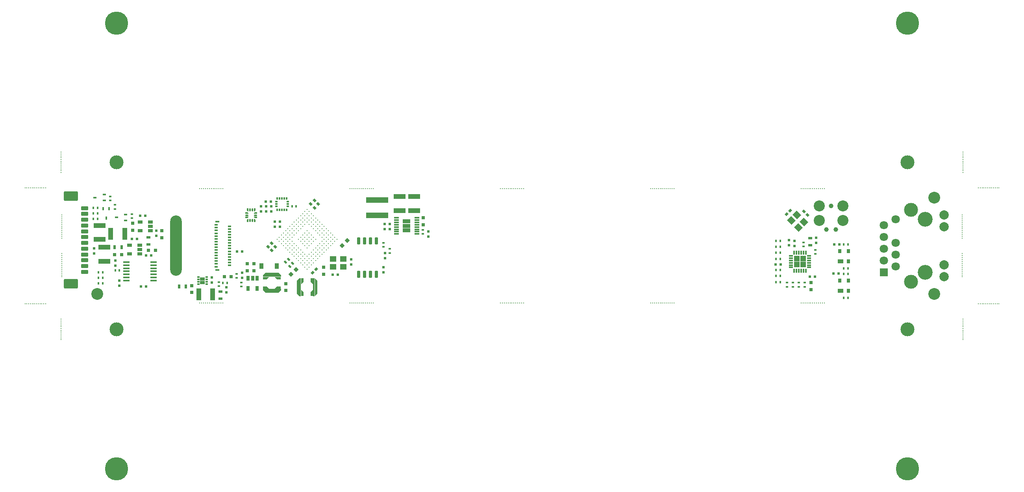
<source format=gbr>
%TF.GenerationSoftware,KiCad,Pcbnew,7.0.2-0*%
%TF.CreationDate,2023-05-18T01:22:18+02:00*%
%TF.ProjectId,panel,70616e65-6c2e-46b6-9963-61645f706362,2.2.0*%
%TF.SameCoordinates,PX2918ffdPY6cadc66*%
%TF.FileFunction,Soldermask,Top*%
%TF.FilePolarity,Negative*%
%FSLAX46Y46*%
G04 Gerber Fmt 4.6, Leading zero omitted, Abs format (unit mm)*
G04 Created by KiCad (PCBNEW 7.0.2-0) date 2023-05-18 01:22:18*
%MOMM*%
%LPD*%
G01*
G04 APERTURE LIST*
G04 Aperture macros list*
%AMRoundRect*
0 Rectangle with rounded corners*
0 $1 Rounding radius*
0 $2 $3 $4 $5 $6 $7 $8 $9 X,Y pos of 4 corners*
0 Add a 4 corners polygon primitive as box body*
4,1,4,$2,$3,$4,$5,$6,$7,$8,$9,$2,$3,0*
0 Add four circle primitives for the rounded corners*
1,1,$1+$1,$2,$3*
1,1,$1+$1,$4,$5*
1,1,$1+$1,$6,$7*
1,1,$1+$1,$8,$9*
0 Add four rect primitives between the rounded corners*
20,1,$1+$1,$2,$3,$4,$5,0*
20,1,$1+$1,$4,$5,$6,$7,0*
20,1,$1+$1,$6,$7,$8,$9,0*
20,1,$1+$1,$8,$9,$2,$3,0*%
%AMRotRect*
0 Rectangle, with rotation*
0 The origin of the aperture is its center*
0 $1 length*
0 $2 width*
0 $3 Rotation angle, in degrees counterclockwise*
0 Add horizontal line*
21,1,$1,$2,0,0,$3*%
%AMOutline4P*
0 Free polygon, 4 corners , with rotation*
0 The origin of the aperture is its center*
0 number of corners: always 4*
0 $1 to $8 corner X, Y*
0 $9 Rotation angle, in degrees counterclockwise*
0 create outline with 4 corners*
4,1,4,$1,$2,$3,$4,$5,$6,$7,$8,$1,$2,$9*%
%AMFreePoly0*
4,1,48,0.036019,0.199191,0.037970,0.199714,0.040958,0.198320,0.057086,0.195477,0.069629,0.184951,0.084467,0.178033,0.290533,-0.028033,0.293203,-0.031846,0.294953,-0.032857,0.296081,-0.035957,0.305473,-0.049370,0.306899,-0.065680,0.312500,-0.081066,0.312500,-0.125000,0.310782,-0.134741,0.311361,-0.138024,0.309694,-0.140909,0.307977,-0.150652,0.295451,-0.165579,0.285709,-0.182453,
0.279350,-0.184767,0.275000,-0.189952,0.255808,-0.193336,0.237500,-0.200000,-0.237500,-0.200000,-0.247241,-0.198282,-0.250524,-0.198861,-0.253409,-0.197194,-0.263152,-0.195477,-0.278079,-0.182951,-0.294953,-0.173209,-0.297267,-0.166850,-0.302452,-0.162500,-0.305836,-0.143308,-0.312500,-0.125000,-0.312500,0.125000,-0.310782,0.134741,-0.311361,0.138024,-0.309694,0.140909,-0.307977,0.150652,
-0.295451,0.165579,-0.285709,0.182453,-0.279350,0.184767,-0.275000,0.189952,-0.255808,0.193336,-0.237500,0.200000,0.031434,0.200000,0.036019,0.199191,0.036019,0.199191,$1*%
%AMFreePoly1*
4,1,48,0.247241,0.198282,0.250524,0.198861,0.253409,0.197194,0.263152,0.195477,0.278079,0.182951,0.294953,0.173209,0.297267,0.166850,0.302452,0.162500,0.305836,0.143308,0.312500,0.125000,0.312500,0.081066,0.311691,0.076479,0.312214,0.074529,0.310820,0.071540,0.307977,0.055414,0.297451,0.042870,0.290533,0.028033,0.084467,-0.178033,0.080653,-0.180703,0.079643,-0.182453,
0.076542,-0.183581,0.063130,-0.192973,0.046818,-0.194400,0.031434,-0.200000,-0.237500,-0.200000,-0.247241,-0.198282,-0.250524,-0.198861,-0.253409,-0.197194,-0.263152,-0.195477,-0.278079,-0.182951,-0.294953,-0.173209,-0.297267,-0.166850,-0.302452,-0.162500,-0.305836,-0.143308,-0.312500,-0.125000,-0.312500,0.125000,-0.310782,0.134741,-0.311361,0.138024,-0.309694,0.140909,-0.307977,0.150652,
-0.295451,0.165579,-0.285709,0.182453,-0.279350,0.184767,-0.275000,0.189952,-0.255808,0.193336,-0.237500,0.200000,0.237500,0.200000,0.247241,0.198282,0.247241,0.198282,$1*%
%AMFreePoly2*
4,1,48,0.134741,0.310782,0.138024,0.311361,0.140909,0.309694,0.150652,0.307977,0.165579,0.295451,0.182453,0.285709,0.184767,0.279350,0.189952,0.275000,0.193336,0.255808,0.200000,0.237500,0.200000,-0.237500,0.198282,-0.247241,0.198861,-0.250524,0.197194,-0.253409,0.195477,-0.263152,0.182951,-0.278079,0.173209,-0.294953,0.166850,-0.297267,0.162500,-0.302452,0.143308,-0.305836,
0.125000,-0.312500,-0.125000,-0.312500,-0.134741,-0.310782,-0.138024,-0.311361,-0.140909,-0.309694,-0.150652,-0.307977,-0.165579,-0.295451,-0.182453,-0.285709,-0.184767,-0.279350,-0.189952,-0.275000,-0.193336,-0.255808,-0.200000,-0.237500,-0.200000,0.031434,-0.199191,0.036019,-0.199714,0.037970,-0.198320,0.040958,-0.195477,0.057086,-0.184951,0.069629,-0.178033,0.084467,0.028033,0.290533,
0.031846,0.293203,0.032857,0.294953,0.035957,0.296081,0.049370,0.305473,0.065680,0.306899,0.081066,0.312500,0.125000,0.312500,0.134741,0.310782,0.134741,0.310782,$1*%
%AMFreePoly3*
4,1,48,-0.076480,0.311691,-0.074530,0.312214,-0.071541,0.310820,-0.055414,0.307977,-0.042870,0.297451,-0.028033,0.290533,0.178033,0.084467,0.180703,0.080653,0.182453,0.079643,0.183581,0.076542,0.192973,0.063130,0.194399,0.046819,0.200000,0.031434,0.200000,-0.237500,0.198282,-0.247241,0.198861,-0.250524,0.197194,-0.253409,0.195477,-0.263152,0.182951,-0.278079,0.173209,-0.294953,
0.166850,-0.297267,0.162500,-0.302452,0.143308,-0.305836,0.125000,-0.312500,-0.125000,-0.312500,-0.134741,-0.310782,-0.138024,-0.311361,-0.140909,-0.309694,-0.150652,-0.307977,-0.165579,-0.295451,-0.182453,-0.285709,-0.184767,-0.279350,-0.189952,-0.275000,-0.193336,-0.255808,-0.200000,-0.237500,-0.200000,0.237500,-0.198282,0.247241,-0.198861,0.250524,-0.197194,0.253409,-0.195477,0.263152,
-0.182951,0.278079,-0.173209,0.294953,-0.166850,0.297267,-0.162500,0.302452,-0.143308,0.305836,-0.125000,0.312500,-0.081066,0.312500,-0.076480,0.311691,-0.076480,0.311691,$1*%
%AMFreePoly4*
4,1,48,0.247241,0.198282,0.250524,0.198861,0.253409,0.197194,0.263152,0.195477,0.278079,0.182951,0.294953,0.173209,0.297267,0.166850,0.302452,0.162500,0.305836,0.143308,0.312500,0.125000,0.312500,-0.125000,0.310782,-0.134741,0.311361,-0.138024,0.309694,-0.140909,0.307977,-0.150652,0.295451,-0.165579,0.285709,-0.182453,0.279350,-0.184767,0.275000,-0.189952,0.255808,-0.193336,
0.237500,-0.200000,-0.031434,-0.200000,-0.036020,-0.199191,-0.037971,-0.199714,-0.040959,-0.198320,-0.057086,-0.195477,-0.069629,-0.184951,-0.084467,-0.178033,-0.290533,0.028033,-0.293203,0.031846,-0.294953,0.032857,-0.296081,0.035957,-0.305473,0.049370,-0.306900,0.065681,-0.312500,0.081066,-0.312500,0.125000,-0.310782,0.134741,-0.311361,0.138024,-0.309694,0.140909,-0.307977,0.150652,
-0.295451,0.165579,-0.285709,0.182453,-0.279350,0.184767,-0.275000,0.189952,-0.255808,0.193336,-0.237500,0.200000,0.237500,0.200000,0.247241,0.198282,0.247241,0.198282,$1*%
%AMFreePoly5*
4,1,48,0.247241,0.198282,0.250524,0.198861,0.253409,0.197194,0.263152,0.195477,0.278079,0.182951,0.294953,0.173209,0.297267,0.166850,0.302452,0.162500,0.305836,0.143308,0.312500,0.125000,0.312500,-0.125000,0.310782,-0.134741,0.311361,-0.138024,0.309694,-0.140909,0.307977,-0.150652,0.295451,-0.165579,0.285709,-0.182453,0.279350,-0.184767,0.275000,-0.189952,0.255808,-0.193336,
0.237500,-0.200000,-0.237500,-0.200000,-0.247241,-0.198282,-0.250524,-0.198861,-0.253409,-0.197194,-0.263152,-0.195477,-0.278079,-0.182951,-0.294953,-0.173209,-0.297267,-0.166850,-0.302452,-0.162500,-0.305836,-0.143308,-0.312500,-0.125000,-0.312500,-0.081066,-0.311691,-0.076480,-0.312214,-0.074530,-0.310820,-0.071541,-0.307977,-0.055414,-0.297451,-0.042870,-0.290533,-0.028033,-0.084467,0.178033,
-0.080653,0.180703,-0.079643,0.182453,-0.076542,0.183581,-0.063130,0.192973,-0.046819,0.194399,-0.031434,0.200000,0.237500,0.200000,0.247241,0.198282,0.247241,0.198282,$1*%
%AMFreePoly6*
4,1,48,0.134741,0.310782,0.138024,0.311361,0.140909,0.309694,0.150652,0.307977,0.165579,0.295451,0.182453,0.285709,0.184767,0.279350,0.189952,0.275000,0.193336,0.255808,0.200000,0.237500,0.200000,-0.031434,0.199191,-0.036020,0.199714,-0.037971,0.198320,-0.040959,0.195477,-0.057086,0.184951,-0.069629,0.178033,-0.084467,-0.028033,-0.290533,-0.031846,-0.293203,-0.032857,-0.294953,
-0.035957,-0.296081,-0.049370,-0.305473,-0.065681,-0.306900,-0.081066,-0.312500,-0.125000,-0.312500,-0.134741,-0.310782,-0.138024,-0.311361,-0.140909,-0.309694,-0.150652,-0.307977,-0.165579,-0.295451,-0.182453,-0.285709,-0.184767,-0.279350,-0.189952,-0.275000,-0.193336,-0.255808,-0.200000,-0.237500,-0.200000,0.237500,-0.198282,0.247241,-0.198861,0.250524,-0.197194,0.253409,-0.195477,0.263152,
-0.182951,0.278079,-0.173209,0.294953,-0.166850,0.297267,-0.162500,0.302452,-0.143308,0.305836,-0.125000,0.312500,0.125000,0.312500,0.134741,0.310782,0.134741,0.310782,$1*%
%AMFreePoly7*
4,1,48,0.134741,0.310782,0.138024,0.311361,0.140909,0.309694,0.150652,0.307977,0.165579,0.295451,0.182453,0.285709,0.184767,0.279350,0.189952,0.275000,0.193336,0.255808,0.200000,0.237500,0.200000,-0.237500,0.198282,-0.247241,0.198861,-0.250524,0.197194,-0.253409,0.195477,-0.263152,0.182951,-0.278079,0.173209,-0.294953,0.166850,-0.297267,0.162500,-0.302452,0.143308,-0.305836,
0.125000,-0.312500,0.081066,-0.312500,0.076479,-0.311691,0.074529,-0.312214,0.071540,-0.310820,0.055414,-0.307977,0.042870,-0.297451,0.028033,-0.290533,-0.178033,-0.084467,-0.180703,-0.080653,-0.182453,-0.079643,-0.183581,-0.076542,-0.192973,-0.063130,-0.194400,-0.046818,-0.200000,-0.031434,-0.200000,0.237500,-0.198282,0.247241,-0.198861,0.250524,-0.197194,0.253409,-0.195477,0.263152,
-0.182951,0.278079,-0.173209,0.294953,-0.166850,0.297267,-0.162500,0.302452,-0.143308,0.305836,-0.125000,0.312500,0.125000,0.312500,0.134741,0.310782,0.134741,0.310782,$1*%
G04 Aperture macros list end*
%ADD10C,0.300000*%
%ADD11R,0.600000X0.500000*%
%ADD12R,0.500000X0.600000*%
%ADD13C,5.000000*%
%ADD14Outline4P,-0.280000X-1.945000X0.280000X-1.395000X0.280000X1.395000X-0.280000X1.945000X270.000000*%
%ADD15R,3.890000X0.310000*%
%ADD16R,0.775000X0.580000*%
%ADD17Outline4P,-0.290000X-0.594500X0.290000X-0.000500X0.290000X0.000500X-0.290000X0.594500X90.000000*%
%ADD18Outline4P,-0.290000X-0.594500X0.290000X-0.000500X0.290000X0.000500X-0.290000X0.594500X270.000000*%
%ADD19Outline4P,-0.280000X-1.945000X0.280000X-1.395000X0.280000X1.395000X-0.280000X1.945000X90.000000*%
%ADD20R,0.400000X0.600000*%
%ADD21RotRect,0.600000X0.500000X45.000000*%
%ADD22R,1.200000X0.900000*%
%ADD23R,0.800000X0.900000*%
%ADD24RotRect,0.600000X0.500000X135.000000*%
%ADD25R,0.500000X0.300000*%
%ADD26R,0.990000X0.800000*%
%ADD27RotRect,0.800000X0.750000X225.000000*%
%ADD28R,0.750000X0.800000*%
%ADD29R,4.700000X1.200000*%
%ADD30R,2.500000X1.000000*%
%ADD31R,0.700000X0.450000*%
%ADD32RotRect,0.800000X0.750000X45.000000*%
%ADD33R,0.600000X0.400000*%
%ADD34C,3.000000*%
%ADD35Outline4P,-0.280000X-1.945000X0.280000X-1.395000X0.280000X1.395000X-0.280000X1.945000X180.000000*%
%ADD36R,0.310000X3.890000*%
%ADD37R,0.580000X0.775000*%
%ADD38Outline4P,-0.290000X-0.594500X0.290000X-0.000500X0.290000X0.000500X-0.290000X0.594500X0.000000*%
%ADD39Outline4P,-0.290000X-0.594500X0.290000X-0.000500X0.290000X0.000500X-0.290000X0.594500X180.000000*%
%ADD40Outline4P,-0.280000X-1.945000X0.280000X-1.395000X0.280000X1.395000X-0.280000X1.945000X0.000000*%
%ADD41C,1.000000*%
%ADD42R,0.900000X0.500000*%
%ADD43R,0.500000X0.900000*%
%ADD44R,0.800000X0.750000*%
%ADD45C,0.250000*%
%ADD46C,2.540000*%
%ADD47R,1.060000X0.650000*%
%ADD48C,3.200000*%
%ADD49R,1.800000X1.800000*%
%ADD50C,1.800000*%
%ADD51C,2.000000*%
%ADD52RotRect,1.400000X1.200000X315.000000*%
%ADD53RoundRect,0.087500X0.087500X-0.187500X0.087500X0.187500X-0.087500X0.187500X-0.087500X-0.187500X0*%
%ADD54RoundRect,0.087500X0.187500X-0.087500X0.187500X0.087500X-0.187500X0.087500X-0.187500X-0.087500X0*%
%ADD55R,0.450000X0.700000*%
%ADD56RotRect,0.400000X0.600000X45.000000*%
%ADD57R,1.000000X2.500000*%
%ADD58RotRect,0.400000X0.600000X225.000000*%
%ADD59R,1.450000X0.450000*%
%ADD60RotRect,0.600000X0.500000X225.000000*%
%ADD61R,1.000000X0.300000*%
%ADD62R,0.825000X0.950000*%
%ADD63FreePoly0,90.000000*%
%ADD64RoundRect,0.100000X0.100000X-0.212500X0.100000X0.212500X-0.100000X0.212500X-0.100000X-0.212500X0*%
%ADD65FreePoly1,90.000000*%
%ADD66FreePoly2,90.000000*%
%ADD67RoundRect,0.100000X0.212500X-0.100000X0.212500X0.100000X-0.212500X0.100000X-0.212500X-0.100000X0*%
%ADD68FreePoly3,90.000000*%
%ADD69FreePoly4,90.000000*%
%ADD70FreePoly5,90.000000*%
%ADD71FreePoly6,90.000000*%
%ADD72FreePoly7,90.000000*%
%ADD73R,0.300000X0.850000*%
%ADD74R,0.850000X0.300000*%
%ADD75R,1.300000X1.300000*%
%ADD76RoundRect,0.150000X-0.150000X0.650000X-0.150000X-0.650000X0.150000X-0.650000X0.150000X0.650000X0*%
%ADD77R,1.400000X1.200000*%
%ADD78R,0.650000X1.060000*%
%ADD79O,2.500000X13.000000*%
%ADD80R,0.800000X0.300000*%
%ADD81R,0.650000X0.300000*%
%ADD82R,0.950000X0.400000*%
%ADD83R,0.900000X1.200000*%
%ADD84RoundRect,0.200000X-0.600000X0.200000X-0.600000X-0.200000X0.600000X-0.200000X0.600000X0.200000X0*%
%ADD85RoundRect,0.250001X-1.249999X0.799999X-1.249999X-0.799999X1.249999X-0.799999X1.249999X0.799999X0*%
%ADD86C,2.374900*%
%ADD87C,0.990600*%
G04 APERTURE END LIST*
D10*
%TO.C,REF\u002A\u002A*%
X107097956Y8190000D03*
%TD*%
%TO.C,REF\u002A\u002A*%
X8000000Y290000D03*
%TD*%
%TO.C,REF\u002A\u002A*%
X105430623Y32790000D03*
%TD*%
%TO.C,REF\u002A\u002A*%
X8000000Y39890000D03*
%TD*%
%TO.C,REF\u002A\u002A*%
X8200000Y24239833D03*
%TD*%
D11*
%TO.C,C58*%
X23286110Y22006030D03*
X24386110Y22006030D03*
%TD*%
D10*
%TO.C,REF\u002A\u002A*%
X41171597Y8190000D03*
%TD*%
%TO.C,REF\u002A\u002A*%
X201813481Y24655937D03*
%TD*%
%TO.C,REF\u002A\u002A*%
X135684386Y8190000D03*
%TD*%
%TO.C,REF\u002A\u002A*%
X207727580Y32990000D03*
%TD*%
%TO.C,REF\u002A\u002A*%
X73092694Y8190000D03*
%TD*%
%TO.C,REF\u002A\u002A*%
X1100000Y32990000D03*
%TD*%
D12*
%TO.C,C66*%
X51036110Y29057430D03*
X51036110Y27957430D03*
%TD*%
D10*
%TO.C,REF\u002A\u002A*%
X201823469Y15072105D03*
%TD*%
%TO.C,REF\u002A\u002A*%
X208527580Y7990000D03*
%TD*%
%TO.C,REF\u002A\u002A*%
X38670597Y8190000D03*
%TD*%
D13*
%TO.C,REF\u002A\u002A*%
X20000000Y-27510000D03*
%TD*%
D10*
%TO.C,REF\u002A\u002A*%
X102929624Y8190000D03*
%TD*%
%TO.C,REF\u002A\u002A*%
X107514789Y32790000D03*
%TD*%
D14*
%TO.C,L1*%
X53377010Y10602430D03*
D15*
X53377010Y11037430D03*
D16*
X51820010Y11482430D03*
D17*
X52207010Y11482430D03*
X54547010Y11482430D03*
D16*
X54934010Y11482430D03*
X51819010Y13562430D03*
D18*
X52207010Y13562430D03*
X54547010Y13562430D03*
D16*
X54934010Y13562430D03*
D15*
X53377010Y14007430D03*
D19*
X53377010Y14442430D03*
%TD*%
D10*
%TO.C,REF\u002A\u002A*%
X74760027Y32790000D03*
%TD*%
D20*
%TO.C,R33*%
X161786110Y20307430D03*
X162686110Y20307430D03*
%TD*%
D21*
%TO.C,C17*%
X164067201Y27328521D03*
X164845019Y28106339D03*
%TD*%
D10*
%TO.C,REF\u002A\u002A*%
X201812612Y25489603D03*
%TD*%
D22*
%TO.C,U17*%
X175641110Y17127430D03*
D23*
X177361110Y17127430D03*
X177361110Y19327430D03*
X175461110Y19327430D03*
%TD*%
D24*
%TO.C,C76*%
X54125019Y20318521D03*
X53347201Y21096339D03*
%TD*%
D10*
%TO.C,REF\u002A\u002A*%
X201822166Y16322604D03*
%TD*%
%TO.C,REF\u002A\u002A*%
X8200000Y25073499D03*
%TD*%
%TO.C,REF\u002A\u002A*%
X71008527Y8190000D03*
%TD*%
%TO.C,REF\u002A\u002A*%
X72675861Y32790000D03*
%TD*%
%TO.C,REF\u002A\u002A*%
X37836931Y8190000D03*
%TD*%
%TO.C,REF\u002A\u002A*%
X202027580Y39090000D03*
%TD*%
D25*
%TO.C,U5*%
X39347430Y12237430D03*
X39347430Y12737430D03*
X39347430Y13237430D03*
X39347430Y13737430D03*
X37547430Y13737430D03*
X37547430Y13237430D03*
X37547430Y12737430D03*
X37547430Y12237430D03*
D26*
X38447430Y12587430D03*
X38447430Y13387430D03*
%TD*%
D12*
%TO.C,C52*%
X15136110Y19956030D03*
X15136110Y18856030D03*
%TD*%
D27*
%TO.C,C68*%
X69577760Y21617760D03*
X68517100Y20557100D03*
%TD*%
D13*
%TO.C,REF\u002A\u002A*%
X190027580Y68490000D03*
%TD*%
D10*
%TO.C,REF\u002A\u002A*%
X209327580Y32990000D03*
%TD*%
%TO.C,REF\u002A\u002A*%
X8200000Y27157666D03*
%TD*%
%TO.C,REF\u002A\u002A*%
X170940149Y8190001D03*
%TD*%
%TO.C,REF\u002A\u002A*%
X42005264Y32790000D03*
%TD*%
%TO.C,REF\u002A\u002A*%
X168855983Y32789999D03*
%TD*%
%TO.C,REF\u002A\u002A*%
X135684386Y32789999D03*
%TD*%
D11*
%TO.C,C22*%
X66486110Y14307430D03*
X67586110Y14307430D03*
%TD*%
D10*
%TO.C,REF\u002A\u002A*%
X40337931Y8190000D03*
%TD*%
D28*
%TO.C,C71*%
X64536110Y14357430D03*
X64536110Y15857430D03*
%TD*%
D10*
%TO.C,REF\u002A\u002A*%
X201820862Y17573104D03*
%TD*%
%TO.C,REF\u002A\u002A*%
X4300000Y32990000D03*
%TD*%
D29*
%TO.C,L4*%
X76036110Y27052430D03*
X76036110Y30362430D03*
%TD*%
D10*
%TO.C,REF\u002A\u002A*%
X201824338Y14238438D03*
%TD*%
D24*
%TO.C,C21*%
X168545019Y27128521D03*
X167767201Y27906339D03*
%TD*%
D10*
%TO.C,REF\u002A\u002A*%
X202027580Y4690000D03*
%TD*%
D30*
%TO.C,C67*%
X16336110Y21906030D03*
X16336110Y24906030D03*
%TD*%
D10*
%TO.C,REF\u002A\u002A*%
X700000Y32990000D03*
%TD*%
%TO.C,REF\u002A\u002A*%
X102512791Y32790000D03*
%TD*%
%TO.C,REF\u002A\u002A*%
X2700000Y32990000D03*
%TD*%
%TO.C,REF\u002A\u002A*%
X136934886Y8190000D03*
%TD*%
%TO.C,REF\u002A\u002A*%
X202027580Y39490000D03*
%TD*%
%TO.C,REF\u002A\u002A*%
X207327580Y32990000D03*
%TD*%
%TO.C,REF\u002A\u002A*%
X70174861Y32790000D03*
%TD*%
D11*
%TO.C,C13*%
X45906110Y19317430D03*
X47006110Y19317430D03*
%TD*%
D10*
%TO.C,REF\u002A\u002A*%
X105013790Y32790000D03*
%TD*%
D13*
%TO.C,REF\u002A\u002A*%
X20000000Y68490000D03*
%TD*%
D10*
%TO.C,REF\u002A\u002A*%
X105847456Y8190000D03*
%TD*%
%TO.C,REF\u002A\u002A*%
X201813046Y25072770D03*
%TD*%
%TO.C,REF\u002A\u002A*%
X8200000Y14656001D03*
%TD*%
D31*
%TO.C,Q1*%
X21936110Y25956030D03*
X21936110Y27256030D03*
X19936110Y26606030D03*
%TD*%
D10*
%TO.C,REF\u002A\u002A*%
X106264289Y32790000D03*
%TD*%
%TO.C,REF\u002A\u002A*%
X42005264Y8190000D03*
%TD*%
%TO.C,REF\u002A\u002A*%
X2300000Y32990000D03*
%TD*%
%TO.C,REF\u002A\u002A*%
X137768553Y8190000D03*
%TD*%
%TO.C,REF\u002A\u002A*%
X136518053Y32789999D03*
%TD*%
%TO.C,REF\u002A\u002A*%
X8200000Y17990667D03*
%TD*%
%TO.C,REF\u002A\u002A*%
X103346457Y8190000D03*
%TD*%
D11*
%TO.C,C78*%
X55086110Y24607430D03*
X53986110Y24607430D03*
%TD*%
D10*
%TO.C,REF\u002A\u002A*%
X8200000Y16740167D03*
%TD*%
D32*
%TO.C,C72*%
X57517100Y14357100D03*
X58577760Y15417760D03*
%TD*%
D10*
%TO.C,REF\u002A\u002A*%
X41588430Y8190000D03*
%TD*%
%TO.C,REF\u002A\u002A*%
X3500000Y32990000D03*
%TD*%
%TO.C,REF\u002A\u002A*%
X42422097Y32790000D03*
%TD*%
%TO.C,REF\u002A\u002A*%
X8000000Y3890000D03*
%TD*%
D20*
%TO.C,R44*%
X14986110Y28707430D03*
X15886110Y28707430D03*
%TD*%
D10*
%TO.C,REF\u002A\u002A*%
X8000000Y37890000D03*
%TD*%
D12*
%TO.C,C14*%
X40447430Y12587430D03*
X40447430Y13687430D03*
%TD*%
%TO.C,C87*%
X77736110Y17856030D03*
X77736110Y18956030D03*
%TD*%
D10*
%TO.C,REF\u002A\u002A*%
X205727580Y32990000D03*
%TD*%
%TO.C,REF\u002A\u002A*%
X107514789Y8190000D03*
%TD*%
%TO.C,REF\u002A\u002A*%
X201814784Y23405437D03*
%TD*%
%TO.C,REF\u002A\u002A*%
X41588430Y32790000D03*
%TD*%
%TO.C,REF\u002A\u002A*%
X135267553Y8190000D03*
%TD*%
%TO.C,REF\u002A\u002A*%
X201814350Y23822270D03*
%TD*%
D12*
%TO.C,C38*%
X20556110Y13056030D03*
X20556110Y11956030D03*
%TD*%
D10*
%TO.C,REF\u002A\u002A*%
X201823903Y14655271D03*
%TD*%
%TO.C,REF\u002A\u002A*%
X137351720Y32789999D03*
%TD*%
D12*
%TO.C,C23*%
X70436110Y16507430D03*
X70436110Y17607430D03*
%TD*%
D13*
%TO.C,REF\u002A\u002A*%
X190027580Y-27510000D03*
%TD*%
D20*
%TO.C,R37*%
X161786110Y14007430D03*
X162686110Y14007430D03*
%TD*%
D10*
%TO.C,REF\u002A\u002A*%
X168855983Y8190001D03*
%TD*%
D33*
%TO.C,R3*%
X85836110Y23957430D03*
X85836110Y23057430D03*
%TD*%
D20*
%TO.C,R31*%
X176381110Y15667430D03*
X177281110Y15667430D03*
%TD*%
D10*
%TO.C,REF\u002A\u002A*%
X8000000Y1490000D03*
%TD*%
%TO.C,REF\u002A\u002A*%
X170106483Y32789999D03*
%TD*%
D34*
%TO.C,REF\u002A\u002A*%
X20000000Y38490000D03*
%TD*%
D10*
%TO.C,REF\u002A\u002A*%
X42422097Y8190000D03*
%TD*%
%TO.C,REF\u002A\u002A*%
X137768553Y32789999D03*
%TD*%
D33*
%TO.C,R8*%
X46786110Y12622430D03*
X46786110Y11722430D03*
%TD*%
D12*
%TO.C,C20*%
X87056110Y22457430D03*
X87056110Y23557430D03*
%TD*%
D10*
%TO.C,REF\u002A\u002A*%
X206527580Y32990000D03*
%TD*%
D35*
%TO.C,L6*%
X59016110Y11607430D03*
D36*
X59451110Y11607430D03*
D37*
X59896110Y13164430D03*
D38*
X59896110Y12777430D03*
X59896110Y10437430D03*
D37*
X59896110Y10050430D03*
X61976110Y13165430D03*
D39*
X61976110Y12777430D03*
X61976110Y10437430D03*
D37*
X61976110Y10050430D03*
D36*
X62421110Y11607430D03*
D40*
X62856110Y11607430D03*
%TD*%
D34*
%TO.C,REF\u002A\u002A*%
X20000000Y2490000D03*
%TD*%
D10*
%TO.C,REF\u002A\u002A*%
X4300000Y7990000D03*
%TD*%
%TO.C,REF\u002A\u002A*%
X8200000Y15072834D03*
%TD*%
%TO.C,REF\u002A\u002A*%
X202027580Y38690000D03*
%TD*%
%TO.C,REF\u002A\u002A*%
X8200000Y17157000D03*
%TD*%
%TO.C,REF\u002A\u002A*%
X205327580Y32990000D03*
%TD*%
D41*
%TO.C,REF\u002A\u002A*%
X20000000Y2490000D03*
%TD*%
D10*
%TO.C,REF\u002A\u002A*%
X39921097Y8190000D03*
%TD*%
%TO.C,REF\u002A\u002A*%
X39921097Y32790000D03*
%TD*%
%TO.C,REF\u002A\u002A*%
X202027580Y2290000D03*
%TD*%
%TO.C,REF\u002A\u002A*%
X8200000Y22989333D03*
%TD*%
%TO.C,REF\u002A\u002A*%
X201815653Y22571770D03*
%TD*%
%TO.C,REF\u002A\u002A*%
X3900000Y7990000D03*
%TD*%
%TO.C,REF\u002A\u002A*%
X137351720Y8190000D03*
%TD*%
%TO.C,REF\u002A\u002A*%
X8200000Y23406166D03*
%TD*%
%TO.C,REF\u002A\u002A*%
X202027580Y3490000D03*
%TD*%
%TO.C,REF\u002A\u002A*%
X8200000Y15906501D03*
%TD*%
%TO.C,REF\u002A\u002A*%
X201816087Y22154937D03*
%TD*%
%TO.C,REF\u002A\u002A*%
X202027580Y1090000D03*
%TD*%
%TO.C,REF\u002A\u002A*%
X8000000Y40290000D03*
%TD*%
%TO.C,REF\u002A\u002A*%
X209727580Y32990000D03*
%TD*%
D28*
%TO.C,C4*%
X56377010Y12367430D03*
X56377010Y10867430D03*
%TD*%
D10*
%TO.C,REF\u002A\u002A*%
X300000Y32990000D03*
%TD*%
%TO.C,REF\u002A\u002A*%
X74343194Y32790000D03*
%TD*%
%TO.C,REF\u002A\u002A*%
X208127580Y32990000D03*
%TD*%
D11*
%TO.C,C89*%
X78736110Y25207430D03*
X77636110Y25207430D03*
%TD*%
D10*
%TO.C,REF\u002A\u002A*%
X1100000Y7990000D03*
%TD*%
D30*
%TO.C,C35*%
X83936110Y28107430D03*
X83936110Y31107430D03*
%TD*%
D24*
%TO.C,C75*%
X62525019Y28718521D03*
X61747201Y29496339D03*
%TD*%
D10*
%TO.C,REF\u002A\u002A*%
X71842194Y8190000D03*
%TD*%
%TO.C,REF\u002A\u002A*%
X168439150Y32789999D03*
%TD*%
%TO.C,REF\u002A\u002A*%
X8000000Y3490000D03*
%TD*%
%TO.C,REF\u002A\u002A*%
X39087431Y32790000D03*
%TD*%
%TO.C,REF\u002A\u002A*%
X1900000Y32990000D03*
%TD*%
%TO.C,REF\u002A\u002A*%
X167605483Y8190001D03*
%TD*%
D11*
%TO.C,C59*%
X25016110Y26976030D03*
X26116110Y26976030D03*
%TD*%
%TO.C,C31*%
X27386110Y18406030D03*
X26286110Y18406030D03*
%TD*%
D42*
%TO.C,L10*%
X42297430Y9137430D03*
X42297430Y10637430D03*
%TD*%
D28*
%TO.C,C19*%
X29736110Y23756030D03*
X29736110Y22256030D03*
%TD*%
D10*
%TO.C,REF\u002A\u002A*%
X73926360Y8190000D03*
%TD*%
%TO.C,REF\u002A\u002A*%
X74760027Y8190000D03*
%TD*%
%TO.C,REF\u002A\u002A*%
X8000000Y39090000D03*
%TD*%
%TO.C,REF\u002A\u002A*%
X8000000Y36690000D03*
%TD*%
%TO.C,REF\u002A\u002A*%
X171773816Y32789999D03*
%TD*%
%TO.C,REF\u002A\u002A*%
X8000000Y4690000D03*
%TD*%
%TO.C,REF\u002A\u002A*%
X136101220Y8190000D03*
%TD*%
%TO.C,REF\u002A\u002A*%
X208927580Y32990000D03*
%TD*%
%TO.C,REF\u002A\u002A*%
X134850720Y8190000D03*
%TD*%
%TO.C,REF\u002A\u002A*%
X169689650Y32789999D03*
%TD*%
D33*
%TO.C,R7*%
X45806110Y14472430D03*
X45806110Y13572430D03*
%TD*%
D10*
%TO.C,REF\u002A\u002A*%
X8000000Y3090000D03*
%TD*%
D43*
%TO.C,L3*%
X19586110Y20206030D03*
X21086110Y20206030D03*
%TD*%
D10*
%TO.C,REF\u002A\u002A*%
X2300000Y7990000D03*
%TD*%
D20*
%TO.C,R15*%
X19686110Y15206030D03*
X20586110Y15206030D03*
%TD*%
D10*
%TO.C,REF\u002A\u002A*%
X201810874Y27156936D03*
%TD*%
%TO.C,REF\u002A\u002A*%
X201820428Y17989937D03*
%TD*%
D30*
%TO.C,C90*%
X80836110Y28107430D03*
X80836110Y31107430D03*
%TD*%
D10*
%TO.C,REF\u002A\u002A*%
X170106483Y8190001D03*
%TD*%
%TO.C,REF\u002A\u002A*%
X202027580Y39890000D03*
%TD*%
%TO.C,REF\u002A\u002A*%
X208927580Y7990000D03*
%TD*%
%TO.C,REF\u002A\u002A*%
X3100000Y7990000D03*
%TD*%
%TO.C,REF\u002A\u002A*%
X136934886Y32789999D03*
%TD*%
D12*
%TO.C,C60*%
X53236110Y27957430D03*
X53236110Y29057430D03*
%TD*%
D33*
%TO.C,R11*%
X167936110Y11656030D03*
X167936110Y12556030D03*
%TD*%
D10*
%TO.C,REF\u002A\u002A*%
X72259027Y8190000D03*
%TD*%
%TO.C,REF\u002A\u002A*%
X8000000Y2290000D03*
%TD*%
%TO.C,REF\u002A\u002A*%
X139852719Y8190000D03*
%TD*%
D20*
%TO.C,R23*%
X14986110Y27507430D03*
X15886110Y27507430D03*
%TD*%
D44*
%TO.C,C5*%
X26822430Y19512430D03*
X28322430Y19512430D03*
%TD*%
D10*
%TO.C,REF\u002A\u002A*%
X170523316Y8190001D03*
%TD*%
%TO.C,REF\u002A\u002A*%
X75176860Y8190000D03*
%TD*%
%TO.C,REF\u002A\u002A*%
X42838930Y8190000D03*
%TD*%
%TO.C,REF\u002A\u002A*%
X73509527Y32790000D03*
%TD*%
D11*
%TO.C,C45*%
X169036110Y13857430D03*
X170136110Y13857430D03*
%TD*%
D45*
%TO.C,U2*%
X60936110Y15472758D03*
X60476321Y15932547D03*
X60016532Y16392337D03*
X59556743Y16852126D03*
X59096954Y17311915D03*
X58637164Y17771704D03*
X58177375Y18231493D03*
X57717586Y18691282D03*
X57257797Y19151071D03*
X56798008Y19610860D03*
X56338219Y20070649D03*
X55878430Y20530439D03*
X55418641Y20990228D03*
X54958852Y21450017D03*
X54499062Y21909806D03*
X61395899Y15932547D03*
X60936110Y16392337D03*
X60476321Y16852126D03*
X60016532Y17311915D03*
X59556743Y17771704D03*
X59096954Y18231493D03*
X58637164Y18691282D03*
X58177375Y19151071D03*
X57717586Y19610860D03*
X57257797Y20070649D03*
X56798008Y20530439D03*
X56338219Y20990228D03*
X55878430Y21450017D03*
X55418641Y21909806D03*
X54958852Y22369595D03*
X61855688Y16392337D03*
X61395899Y16852126D03*
X60936110Y17311915D03*
X60476321Y17771704D03*
X60016532Y18231493D03*
X59556743Y18691282D03*
X59096954Y19151071D03*
X58637164Y19610860D03*
X58177375Y20070649D03*
X57717586Y20530439D03*
X57257797Y20990228D03*
X56798008Y21450017D03*
X56338219Y21909806D03*
X55878430Y22369595D03*
X55418641Y22829384D03*
X62315477Y16852126D03*
X61855688Y17311915D03*
X61395899Y17771704D03*
X60936110Y18231493D03*
X60476321Y18691282D03*
X60016532Y19151071D03*
X59556743Y19610860D03*
X59096954Y20070649D03*
X58637164Y20530439D03*
X58177375Y20990228D03*
X57717586Y21450017D03*
X57257797Y21909806D03*
X56798008Y22369595D03*
X56338219Y22829384D03*
X55878430Y23289173D03*
X62775266Y17311915D03*
X62315477Y17771704D03*
X61855688Y18231493D03*
X61395899Y18691282D03*
X57717586Y22369595D03*
X57257797Y22829384D03*
X56798008Y23289173D03*
X56338219Y23748962D03*
X63235056Y17771704D03*
X62775266Y18231493D03*
X62315477Y18691282D03*
X61855688Y19151071D03*
X60936110Y20070649D03*
X60476321Y20530439D03*
X60016532Y20990228D03*
X59556743Y21450017D03*
X59096954Y21909806D03*
X58177375Y22829384D03*
X57717586Y23289173D03*
X57257797Y23748962D03*
X56798008Y24208751D03*
X63694845Y18231493D03*
X63235056Y18691282D03*
X62775266Y19151071D03*
X62315477Y19610860D03*
X61395899Y20530439D03*
X60936110Y20990228D03*
X60476321Y21450017D03*
X60016532Y21909806D03*
X59556743Y22369595D03*
X58637164Y23289173D03*
X58177375Y23748962D03*
X57717586Y24208751D03*
X57257797Y24668541D03*
X64154634Y18691282D03*
X63694845Y19151071D03*
X63235056Y19610860D03*
X62775266Y20070649D03*
X61855688Y20990228D03*
X61395899Y21450017D03*
X60936110Y21909806D03*
X60476321Y22369595D03*
X60016532Y22829384D03*
X59096954Y23748962D03*
X58637164Y24208751D03*
X58177375Y24668541D03*
X57717586Y25128330D03*
X64614423Y19151071D03*
X64154634Y19610860D03*
X63694845Y20070649D03*
X63235056Y20530439D03*
X62315477Y21450017D03*
X61855688Y21909806D03*
X61395899Y22369595D03*
X60936110Y22829384D03*
X60476321Y23289173D03*
X59556743Y24208751D03*
X59096954Y24668541D03*
X58637164Y25128330D03*
X58177375Y25588119D03*
X65074212Y19610860D03*
X64614423Y20070649D03*
X64154634Y20530439D03*
X63694845Y20990228D03*
X62775266Y21909806D03*
X62315477Y22369595D03*
X61855688Y22829384D03*
X61395899Y23289173D03*
X60936110Y23748962D03*
X60016532Y24668541D03*
X59556743Y25128330D03*
X59096954Y25588119D03*
X58637164Y26047908D03*
X65534001Y20070649D03*
X65074212Y20530439D03*
X64614423Y20990228D03*
X64154634Y21450017D03*
X60476321Y25128330D03*
X60016532Y25588119D03*
X59556743Y26047908D03*
X59096954Y26507697D03*
X65993790Y20530439D03*
X65534001Y20990228D03*
X65074212Y21450017D03*
X64614423Y21909806D03*
X64154634Y22369595D03*
X63694845Y22829384D03*
X63235056Y23289173D03*
X62775266Y23748962D03*
X62315477Y24208751D03*
X61855688Y24668541D03*
X61395899Y25128330D03*
X60936110Y25588119D03*
X60476321Y26047908D03*
X60016532Y26507697D03*
X59556743Y26967486D03*
X66453579Y20990228D03*
X65993790Y21450017D03*
X65534001Y21909806D03*
X65074212Y22369595D03*
X64614423Y22829384D03*
X64154634Y23289173D03*
X63694845Y23748962D03*
X63235056Y24208751D03*
X62775266Y24668541D03*
X62315477Y25128330D03*
X61855688Y25588119D03*
X61395899Y26047908D03*
X60936110Y26507697D03*
X60476321Y26967486D03*
X60016532Y27427275D03*
X66913368Y21450017D03*
X66453579Y21909806D03*
X65993790Y22369595D03*
X65534001Y22829384D03*
X65074212Y23289173D03*
X64614423Y23748962D03*
X64154634Y24208751D03*
X63694845Y24668541D03*
X63235056Y25128330D03*
X62775266Y25588119D03*
X62315477Y26047908D03*
X61855688Y26507697D03*
X61395899Y26967486D03*
X60936110Y27427275D03*
X60476321Y27887064D03*
X67373158Y21909806D03*
X66913368Y22369595D03*
X66453579Y22829384D03*
X65993790Y23289173D03*
X65534001Y23748962D03*
X65074212Y24208751D03*
X64614423Y24668541D03*
X64154634Y25128330D03*
X63694845Y25588119D03*
X63235056Y26047908D03*
X62775266Y26507697D03*
X62315477Y26967486D03*
X61855688Y27427275D03*
X61395899Y27887064D03*
X60936110Y28346853D03*
%TD*%
D10*
%TO.C,REF\u002A\u002A*%
X202027580Y2690000D03*
%TD*%
%TO.C,REF\u002A\u002A*%
X139852719Y32789999D03*
%TD*%
D24*
%TO.C,C74*%
X53325019Y19518521D03*
X52547201Y20296339D03*
%TD*%
D20*
%TO.C,R6*%
X42847430Y12537430D03*
X43747430Y12537430D03*
%TD*%
D10*
%TO.C,REF\u002A\u002A*%
X300000Y7990000D03*
%TD*%
%TO.C,REF\u002A\u002A*%
X202027580Y36690000D03*
%TD*%
D46*
%TO.C,REF2*%
X195847430Y30907430D03*
%TD*%
D10*
%TO.C,REF\u002A\u002A*%
X202027580Y38290000D03*
%TD*%
%TO.C,REF\u002A\u002A*%
X102512791Y8190000D03*
%TD*%
%TO.C,REF\u002A\u002A*%
X171356983Y8190001D03*
%TD*%
D12*
%TO.C,C37*%
X19736110Y17356030D03*
X19736110Y16256030D03*
%TD*%
D10*
%TO.C,REF\u002A\u002A*%
X71842194Y32790000D03*
%TD*%
D47*
%TO.C,U3*%
X24936110Y18756030D03*
X24936110Y19706030D03*
X24936110Y20656030D03*
X22736110Y20656030D03*
X22736110Y18756030D03*
%TD*%
D10*
%TO.C,REF\u002A\u002A*%
X8000000Y2690000D03*
%TD*%
%TO.C,REF\u002A\u002A*%
X70174861Y8190000D03*
%TD*%
D20*
%TO.C,R13*%
X16986110Y13606030D03*
X16086110Y13606030D03*
%TD*%
D33*
%TO.C,R38*%
X164136110Y11657430D03*
X164136110Y12557430D03*
%TD*%
D10*
%TO.C,REF\u002A\u002A*%
X105013790Y8190000D03*
%TD*%
%TO.C,REF\u002A\u002A*%
X139019053Y8190000D03*
%TD*%
%TO.C,REF\u002A\u002A*%
X202027580Y3090000D03*
%TD*%
%TO.C,REF\u002A\u002A*%
X4700000Y32990000D03*
%TD*%
%TO.C,REF\u002A\u002A*%
X206927580Y32990000D03*
%TD*%
D48*
%TO.C,J2*%
X193887430Y14807430D03*
X193887430Y26237430D03*
D49*
X184997430Y14807430D03*
D50*
X187537430Y16077430D03*
X184997430Y17347430D03*
X187537430Y18617430D03*
X184997430Y19887430D03*
X187537430Y21157430D03*
X184997430Y22427430D03*
X184997430Y24967430D03*
X187537430Y26237430D03*
D51*
X197947430Y13887430D03*
X197947430Y16427430D03*
X197947430Y24607430D03*
X197947430Y27147430D03*
D34*
X190837430Y12767430D03*
X190837430Y28267430D03*
%TD*%
D10*
%TO.C,REF\u002A\u002A*%
X202027580Y690000D03*
%TD*%
D33*
%TO.C,R50*%
X77336110Y21156030D03*
X77336110Y20256030D03*
%TD*%
D52*
%TO.C,XO1*%
X165057252Y25984207D03*
X166612887Y24428572D03*
X167814968Y25630653D03*
X166259333Y27186288D03*
%TD*%
D11*
%TO.C,C43*%
X162786110Y16507430D03*
X161686110Y16507430D03*
%TD*%
D10*
%TO.C,REF\u002A\u002A*%
X40754764Y32790000D03*
%TD*%
%TO.C,REF\u002A\u002A*%
X168022316Y32789999D03*
%TD*%
%TO.C,REF\u002A\u002A*%
X73092694Y32790000D03*
%TD*%
%TO.C,REF\u002A\u002A*%
X168439150Y8190001D03*
%TD*%
%TO.C,REF\u002A\u002A*%
X201822600Y15905771D03*
%TD*%
D53*
%TO.C,U8*%
X54536110Y28282430D03*
X55036110Y28282430D03*
X55536110Y28282430D03*
X56036110Y28282430D03*
X56536110Y28282430D03*
D54*
X56761110Y29007430D03*
X56761110Y29507430D03*
X56761110Y30007430D03*
D53*
X56536110Y30732430D03*
X56036110Y30732430D03*
X55536110Y30732430D03*
X55036110Y30732430D03*
X54536110Y30732430D03*
D54*
X54311110Y30007430D03*
X54311110Y29507430D03*
X54311110Y29007430D03*
%TD*%
D10*
%TO.C,REF\u002A\u002A*%
X700000Y7990000D03*
%TD*%
%TO.C,REF\u002A\u002A*%
X172190649Y32789999D03*
%TD*%
%TO.C,REF\u002A\u002A*%
X105430623Y8190000D03*
%TD*%
D55*
%TO.C,Q2*%
X18386110Y28506030D03*
X17086110Y28506030D03*
X17736110Y26506030D03*
%TD*%
D10*
%TO.C,REF\u002A\u002A*%
X202027580Y37090000D03*
%TD*%
D30*
%TO.C,C48*%
X17336110Y17206030D03*
X17336110Y20206030D03*
%TD*%
D10*
%TO.C,REF\u002A\u002A*%
X136101220Y32789999D03*
%TD*%
D12*
%TO.C,C24*%
X46936110Y14672430D03*
X46936110Y13572430D03*
%TD*%
D10*
%TO.C,REF\u002A\u002A*%
X39087431Y8190000D03*
%TD*%
D20*
%TO.C,R12*%
X16986110Y12405990D03*
X16086110Y12405990D03*
%TD*%
D56*
%TO.C,R52*%
X57217912Y16089232D03*
X57854308Y16725628D03*
%TD*%
D10*
%TO.C,REF\u002A\u002A*%
X102929624Y32790000D03*
%TD*%
D57*
%TO.C,C65*%
X21736110Y23106030D03*
X18736110Y23106030D03*
%TD*%
D12*
%TO.C,C51*%
X28536110Y22656030D03*
X28536110Y23756030D03*
%TD*%
D10*
%TO.C,REF\u002A\u002A*%
X103346457Y32790000D03*
%TD*%
%TO.C,REF\u002A\u002A*%
X39504264Y32790000D03*
%TD*%
%TO.C,REF\u002A\u002A*%
X2700000Y7990000D03*
%TD*%
%TO.C,REF\u002A\u002A*%
X167188650Y8190001D03*
%TD*%
%TO.C,REF\u002A\u002A*%
X8200000Y17573834D03*
%TD*%
D33*
%TO.C,R17*%
X170236110Y19656030D03*
X170236110Y18756030D03*
%TD*%
D10*
%TO.C,REF\u002A\u002A*%
X172190649Y8190001D03*
%TD*%
%TO.C,REF\u002A\u002A*%
X138602219Y32789999D03*
%TD*%
%TO.C,REF\u002A\u002A*%
X73509527Y8190000D03*
%TD*%
D20*
%TO.C,R28*%
X176381110Y14467430D03*
X177281110Y14467430D03*
%TD*%
D10*
%TO.C,REF\u002A\u002A*%
X206527580Y7990000D03*
%TD*%
%TO.C,REF\u002A\u002A*%
X138185386Y32789999D03*
%TD*%
D12*
%TO.C,C44*%
X170436110Y21107430D03*
X170436110Y22207430D03*
%TD*%
D11*
%TO.C,C70*%
X52086110Y30007430D03*
X53186110Y30007430D03*
%TD*%
D10*
%TO.C,REF\u002A\u002A*%
X8200000Y18407500D03*
%TD*%
%TO.C,REF\u002A\u002A*%
X201819559Y18823604D03*
%TD*%
%TO.C,REF\u002A\u002A*%
X1900000Y7990000D03*
%TD*%
D46*
%TO.C,REF1*%
X195847430Y10157430D03*
%TD*%
D42*
%TO.C,L2*%
X169136110Y22156030D03*
X169136110Y20656030D03*
%TD*%
D10*
%TO.C,REF\u002A\u002A*%
X169689650Y8190001D03*
%TD*%
%TO.C,REF\u002A\u002A*%
X171773816Y8190001D03*
%TD*%
%TO.C,REF\u002A\u002A*%
X8200000Y22572500D03*
%TD*%
D47*
%TO.C,U9*%
X27236110Y23756030D03*
X27236110Y24706030D03*
X27236110Y25656030D03*
X25036110Y25656030D03*
X25036110Y23756030D03*
%TD*%
D10*
%TO.C,REF\u002A\u002A*%
X138602219Y8190000D03*
%TD*%
%TO.C,REF\u002A\u002A*%
X103763291Y32790000D03*
%TD*%
D12*
%TO.C,C39*%
X165736110Y20457430D03*
X165736110Y21557430D03*
%TD*%
D10*
%TO.C,REF\u002A\u002A*%
X206127580Y32990000D03*
%TD*%
D46*
%TO.C,REF3*%
X15847430Y10157430D03*
%TD*%
D10*
%TO.C,REF\u002A\u002A*%
X202027580Y40690000D03*
%TD*%
%TO.C,REF\u002A\u002A*%
X104180124Y32790000D03*
%TD*%
%TO.C,REF\u002A\u002A*%
X39504264Y8190000D03*
%TD*%
D33*
%TO.C,R10*%
X78736110Y18956030D03*
X78736110Y19856030D03*
%TD*%
D10*
%TO.C,REF\u002A\u002A*%
X168022316Y8190001D03*
%TD*%
%TO.C,REF\u002A\u002A*%
X138185386Y8190000D03*
%TD*%
%TO.C,REF\u002A\u002A*%
X1500000Y7990000D03*
%TD*%
%TO.C,REF\u002A\u002A*%
X202027580Y1490000D03*
%TD*%
D20*
%TO.C,R30*%
X176381110Y20807430D03*
X177281110Y20807430D03*
%TD*%
D10*
%TO.C,REF\u002A\u002A*%
X205327580Y7990000D03*
%TD*%
D20*
%TO.C,R35*%
X161786110Y21607430D03*
X162686110Y21607430D03*
%TD*%
D10*
%TO.C,REF\u002A\u002A*%
X72259027Y32790000D03*
%TD*%
D28*
%TO.C,C30*%
X48086110Y15172430D03*
X48086110Y16672430D03*
%TD*%
%TO.C,C46*%
X169336110Y12607430D03*
X169336110Y11107430D03*
%TD*%
D12*
%TO.C,C61*%
X43597430Y10487430D03*
X43597430Y11587430D03*
%TD*%
D10*
%TO.C,REF\u002A\u002A*%
X1500000Y32990000D03*
%TD*%
%TO.C,REF\u002A\u002A*%
X8000000Y37490000D03*
%TD*%
%TO.C,REF\u002A\u002A*%
X201821297Y17156271D03*
%TD*%
D33*
%TO.C,R24*%
X19636110Y29356030D03*
X19636110Y28456030D03*
%TD*%
D10*
%TO.C,REF\u002A\u002A*%
X167605483Y32789999D03*
%TD*%
%TO.C,REF\u002A\u002A*%
X8200000Y23823000D03*
%TD*%
%TO.C,REF\u002A\u002A*%
X202027580Y1890000D03*
%TD*%
%TO.C,REF\u002A\u002A*%
X42838930Y32790000D03*
%TD*%
D44*
%TO.C,C63*%
X21086110Y18606030D03*
X19586110Y18606030D03*
%TD*%
D10*
%TO.C,REF\u002A\u002A*%
X40754764Y8190000D03*
%TD*%
%TO.C,REF\u002A\u002A*%
X107097956Y32790000D03*
%TD*%
%TO.C,REF\u002A\u002A*%
X71008527Y32790000D03*
%TD*%
%TO.C,REF\u002A\u002A*%
X70591694Y32790000D03*
%TD*%
D11*
%TO.C,C29*%
X26286110Y11705990D03*
X25186110Y11705990D03*
%TD*%
D10*
%TO.C,REF\u002A\u002A*%
X8200000Y14239167D03*
%TD*%
D58*
%TO.C,R4*%
X56954308Y17625628D03*
X56317912Y16989232D03*
%TD*%
D10*
%TO.C,REF\u002A\u002A*%
X167188650Y32789999D03*
%TD*%
%TO.C,REF\u002A\u002A*%
X206927580Y7990000D03*
%TD*%
%TO.C,REF\u002A\u002A*%
X38670597Y32790000D03*
%TD*%
%TO.C,REF\u002A\u002A*%
X41171597Y32790000D03*
%TD*%
%TO.C,REF\u002A\u002A*%
X208527580Y32990000D03*
%TD*%
%TO.C,REF\u002A\u002A*%
X104596957Y32790000D03*
%TD*%
%TO.C,REF\u002A\u002A*%
X202027580Y290000D03*
%TD*%
%TO.C,REF\u002A\u002A*%
X4700000Y7990000D03*
%TD*%
D33*
%TO.C,R20*%
X23236110Y27356030D03*
X23236110Y26456030D03*
%TD*%
D34*
%TO.C,REF\u002A\u002A*%
X190027580Y38490000D03*
%TD*%
D10*
%TO.C,REF\u002A\u002A*%
X8200000Y13822334D03*
%TD*%
%TO.C,REF\u002A\u002A*%
X71425361Y32790000D03*
%TD*%
%TO.C,REF\u002A\u002A*%
X8200000Y26323999D03*
%TD*%
%TO.C,REF\u002A\u002A*%
X106264289Y8190000D03*
%TD*%
D31*
%TO.C,Q3*%
X17336110Y30257430D03*
X17336110Y31557430D03*
X15336110Y30907430D03*
%TD*%
D33*
%TO.C,R40*%
X166686110Y12557430D03*
X166686110Y11657430D03*
%TD*%
%TO.C,R9*%
X41947430Y11788830D03*
X41947430Y12688830D03*
%TD*%
D12*
%TO.C,C50*%
X77336110Y14756030D03*
X77336110Y15856030D03*
%TD*%
D33*
%TO.C,R47*%
X167736110Y21257430D03*
X167736110Y20357430D03*
%TD*%
D59*
%TO.C,U6*%
X27956110Y13056030D03*
X27956110Y13706030D03*
X27956110Y14356030D03*
X27956110Y15006030D03*
X27956110Y15656030D03*
X27956110Y16306030D03*
X27956110Y16956030D03*
X22056110Y16956030D03*
X22056110Y16306030D03*
X22056110Y15656030D03*
X22056110Y15006030D03*
X22056110Y14356030D03*
X22056110Y13706030D03*
X22056110Y13056030D03*
%TD*%
D10*
%TO.C,REF\u002A\u002A*%
X201819994Y18406771D03*
%TD*%
D60*
%TO.C,C36*%
X62925019Y15496339D03*
X62147201Y14718521D03*
%TD*%
D11*
%TO.C,C55*%
X175381110Y20807430D03*
X174281110Y20807430D03*
%TD*%
D10*
%TO.C,REF\u002A\u002A*%
X202027580Y4290000D03*
%TD*%
%TO.C,REF\u002A\u002A*%
X104596957Y8190000D03*
%TD*%
%TO.C,REF\u002A\u002A*%
X201811309Y26740103D03*
%TD*%
%TO.C,REF\u002A\u002A*%
X170940149Y32789999D03*
%TD*%
D20*
%TO.C,R36*%
X161786110Y12707430D03*
X162686110Y12707430D03*
%TD*%
D10*
%TO.C,REF\u002A\u002A*%
X70591694Y8190000D03*
%TD*%
D20*
%TO.C,R1*%
X162686110Y15307430D03*
X161786110Y15307430D03*
%TD*%
D10*
%TO.C,REF\u002A\u002A*%
X201824772Y13821605D03*
%TD*%
D43*
%TO.C,L9*%
X34897430Y11743830D03*
X33397430Y11743830D03*
%TD*%
D10*
%TO.C,REF\u002A\u002A*%
X73926360Y32790000D03*
%TD*%
%TO.C,REF\u002A\u002A*%
X139435886Y32789999D03*
%TD*%
D20*
%TO.C,R2*%
X57697430Y28987430D03*
X58597430Y28987430D03*
%TD*%
D12*
%TO.C,C41*%
X164536110Y21757430D03*
X164536110Y20657430D03*
%TD*%
D10*
%TO.C,REF\u002A\u002A*%
X103763291Y8190000D03*
%TD*%
D61*
%TO.C,U4*%
X84536110Y23057430D03*
X84536110Y23557430D03*
X84536110Y24057430D03*
X84536110Y24557430D03*
X84536110Y25057430D03*
X84536110Y25557430D03*
X84536110Y26057430D03*
X84536110Y26557430D03*
X80136110Y26557430D03*
X80136110Y26057430D03*
X80136110Y25557430D03*
X80136110Y25057430D03*
X80136110Y24557430D03*
X80136110Y24057430D03*
X80136110Y23557430D03*
X80136110Y23057430D03*
D62*
X82736110Y23857430D03*
X82736110Y24807430D03*
X82736110Y25757430D03*
X81936110Y23857430D03*
X81936110Y24807430D03*
X81936110Y25757430D03*
%TD*%
D12*
%TO.C,C62*%
X52136110Y29057430D03*
X52136110Y27957430D03*
%TD*%
D10*
%TO.C,REF\u002A\u002A*%
X8000000Y690000D03*
%TD*%
D44*
%TO.C,C16*%
X43146110Y13837430D03*
X44646110Y13837430D03*
%TD*%
D10*
%TO.C,REF\u002A\u002A*%
X8000000Y1090000D03*
%TD*%
%TO.C,REF\u002A\u002A*%
X8200000Y25907166D03*
%TD*%
D63*
%TO.C,U10*%
X48186110Y25943530D03*
D64*
X48686110Y25943530D03*
X49186110Y25943530D03*
D65*
X49686110Y25943530D03*
D66*
X49848610Y26606030D03*
D67*
X49848610Y27106030D03*
D68*
X49848610Y27606030D03*
D69*
X49686110Y28268530D03*
D64*
X49186110Y28268530D03*
X48686110Y28268530D03*
D70*
X48186110Y28268530D03*
D71*
X48023610Y27606030D03*
D67*
X48023610Y27106030D03*
D72*
X48023610Y26606030D03*
%TD*%
D10*
%TO.C,REF\u002A\u002A*%
X72675861Y8190000D03*
%TD*%
D28*
%TO.C,C64*%
X23436110Y23856030D03*
X23436110Y25356030D03*
%TD*%
D10*
%TO.C,REF\u002A\u002A*%
X8000000Y4290000D03*
%TD*%
%TO.C,REF\u002A\u002A*%
X8000000Y40690000D03*
%TD*%
%TO.C,REF\u002A\u002A*%
X201823035Y15488938D03*
%TD*%
D28*
%TO.C,C9*%
X36172430Y10437430D03*
X36172430Y11937430D03*
%TD*%
%TO.C,C11*%
X49486110Y15172430D03*
X49486110Y16672430D03*
%TD*%
D10*
%TO.C,REF\u002A\u002A*%
X201815218Y22988604D03*
%TD*%
%TO.C,REF\u002A\u002A*%
X8000000Y38290000D03*
%TD*%
%TO.C,REF\u002A\u002A*%
X106681123Y32790000D03*
%TD*%
%TO.C,REF\u002A\u002A*%
X8200000Y18824334D03*
%TD*%
%TO.C,REF\u002A\u002A*%
X38253764Y32790000D03*
%TD*%
%TO.C,REF\u002A\u002A*%
X40337931Y32790000D03*
%TD*%
%TO.C,REF\u002A\u002A*%
X8200000Y16323334D03*
%TD*%
%TO.C,REF\u002A\u002A*%
X8200000Y24656666D03*
%TD*%
%TO.C,REF\u002A\u002A*%
X3900000Y32990000D03*
%TD*%
%TO.C,REF\u002A\u002A*%
X201811743Y26323270D03*
%TD*%
%TO.C,REF\u002A\u002A*%
X169272816Y8190001D03*
%TD*%
D73*
%TO.C,U14*%
X168186110Y19057430D03*
X167686110Y19057430D03*
X167186110Y19057430D03*
X166686110Y19057430D03*
X166186110Y19057430D03*
X165686110Y19057430D03*
D74*
X164986110Y18357430D03*
X164986110Y17857430D03*
X164986110Y17357430D03*
X164986110Y16857430D03*
X164986110Y16357430D03*
X164986110Y15857430D03*
D73*
X165686110Y15157430D03*
X166186110Y15157430D03*
X166686110Y15157430D03*
X167186110Y15157430D03*
X167686110Y15157430D03*
X168186110Y15157430D03*
D74*
X168886110Y15857430D03*
X168886110Y16357430D03*
X168886110Y16857430D03*
X168886110Y17357430D03*
X168886110Y17857430D03*
X168886110Y18357430D03*
D75*
X167586110Y17757430D03*
X166286110Y17757430D03*
X167586110Y16457430D03*
X166286110Y16457430D03*
%TD*%
D20*
%TO.C,R34*%
X161786110Y19007430D03*
X162686110Y19007430D03*
%TD*%
D10*
%TO.C,REF\u002A\u002A*%
X8200000Y15489667D03*
%TD*%
%TO.C,REF\u002A\u002A*%
X208127580Y7990000D03*
%TD*%
%TO.C,REF\u002A\u002A*%
X170523316Y32789999D03*
%TD*%
D11*
%TO.C,C88*%
X77636110Y24117430D03*
X78736110Y24117430D03*
%TD*%
D20*
%TO.C,R25*%
X14986110Y26307430D03*
X15886110Y26307430D03*
%TD*%
D33*
%TO.C,R41*%
X18636110Y31157430D03*
X18636110Y30257430D03*
%TD*%
D22*
%TO.C,U16*%
X175641110Y10807430D03*
D23*
X177361110Y10807430D03*
X177361110Y13007430D03*
X175461110Y13007430D03*
%TD*%
D76*
%TO.C,U7*%
X75841110Y21606030D03*
X74571110Y21606030D03*
X73301110Y21606030D03*
X72031110Y21606030D03*
X72031110Y14406030D03*
X73301110Y14406030D03*
X74571110Y14406030D03*
X75841110Y14406030D03*
%TD*%
D10*
%TO.C,REF\u002A\u002A*%
X8200000Y22155666D03*
%TD*%
D57*
%TO.C,C25*%
X37647430Y10037430D03*
X40647430Y10037430D03*
%TD*%
D10*
%TO.C,REF\u002A\u002A*%
X8200000Y25490333D03*
%TD*%
%TO.C,REF\u002A\u002A*%
X202027580Y37890000D03*
%TD*%
D77*
%TO.C,XO2*%
X66536110Y15957430D03*
X68736110Y15957430D03*
X68736110Y17657430D03*
X66536110Y17657430D03*
%TD*%
D10*
%TO.C,REF\u002A\u002A*%
X105847456Y32790000D03*
%TD*%
%TO.C,REF\u002A\u002A*%
X8000000Y37090000D03*
%TD*%
%TO.C,REF\u002A\u002A*%
X8000000Y38690000D03*
%TD*%
%TO.C,REF\u002A\u002A*%
X8000000Y36290000D03*
%TD*%
%TO.C,REF\u002A\u002A*%
X136518053Y8190000D03*
%TD*%
%TO.C,REF\u002A\u002A*%
X38253764Y8190000D03*
%TD*%
%TO.C,REF\u002A\u002A*%
X207727580Y7990000D03*
%TD*%
D78*
%TO.C,U1*%
X50186110Y13522430D03*
X49236110Y13522430D03*
X48286110Y13522430D03*
X48286110Y11322430D03*
X50186110Y11322430D03*
%TD*%
D79*
%TO.C,K1*%
X32736110Y20516030D03*
D80*
X41361110Y16016030D03*
D81*
X44236110Y16316030D03*
D80*
X41361110Y16616030D03*
D81*
X44236110Y16916030D03*
D80*
X41361110Y17216030D03*
D81*
X44236110Y17516030D03*
D80*
X41361110Y17816030D03*
D81*
X44236110Y18116030D03*
D80*
X41361110Y18416030D03*
D81*
X44236110Y18716030D03*
D82*
X41636110Y15316030D03*
D80*
X41361110Y19016030D03*
D82*
X41636110Y25716030D03*
D81*
X44236110Y19316030D03*
D80*
X41361110Y19616030D03*
D81*
X44236110Y19916030D03*
D80*
X41361110Y20216030D03*
D81*
X44236110Y20516030D03*
D80*
X41361110Y20816030D03*
D81*
X44236110Y21116030D03*
D80*
X41361110Y21416030D03*
D81*
X44236110Y21716030D03*
D80*
X41361110Y22016030D03*
D81*
X44236110Y22316030D03*
D80*
X41361110Y22616030D03*
D81*
X44236110Y22916030D03*
D80*
X41361110Y23216030D03*
D81*
X44236110Y23516030D03*
D80*
X41361110Y23816030D03*
D81*
X44236110Y24116030D03*
D80*
X41361110Y24416030D03*
D81*
X44236110Y24716030D03*
D80*
X41361110Y25016030D03*
%TD*%
D41*
%TO.C,REF\u002A\u002A*%
X190027580Y38490000D03*
%TD*%
D10*
%TO.C,REF\u002A\u002A*%
X3100000Y32990000D03*
%TD*%
D42*
%TO.C,L8*%
X26847430Y20787430D03*
X26847430Y22287430D03*
%TD*%
D34*
%TO.C,REF\u002A\u002A*%
X190027580Y2490000D03*
%TD*%
D10*
%TO.C,REF\u002A\u002A*%
X202027580Y36290000D03*
%TD*%
%TO.C,REF\u002A\u002A*%
X135267553Y32789999D03*
%TD*%
%TO.C,REF\u002A\u002A*%
X75176860Y32790000D03*
%TD*%
D11*
%TO.C,C80*%
X55086110Y25707430D03*
X53986110Y25707430D03*
%TD*%
D10*
%TO.C,REF\u002A\u002A*%
X209327580Y7990000D03*
%TD*%
%TO.C,REF\u002A\u002A*%
X8200000Y26740833D03*
%TD*%
%TO.C,REF\u002A\u002A*%
X171356983Y32789999D03*
%TD*%
D11*
%TO.C,C54*%
X175281110Y14507430D03*
X174181110Y14507430D03*
%TD*%
D28*
%TO.C,C7*%
X85936110Y26557430D03*
X85936110Y25057430D03*
%TD*%
D10*
%TO.C,REF\u002A\u002A*%
X3500000Y7990000D03*
%TD*%
%TO.C,REF\u002A\u002A*%
X201812178Y25906436D03*
%TD*%
%TO.C,REF\u002A\u002A*%
X206127580Y7990000D03*
%TD*%
%TO.C,REF\u002A\u002A*%
X37836931Y32790000D03*
%TD*%
%TO.C,REF\u002A\u002A*%
X201821731Y16739438D03*
%TD*%
%TO.C,REF\u002A\u002A*%
X209727580Y7990000D03*
%TD*%
%TO.C,REF\u002A\u002A*%
X106681123Y8190000D03*
%TD*%
%TO.C,REF\u002A\u002A*%
X71425361Y8190000D03*
%TD*%
%TO.C,REF\u002A\u002A*%
X8000000Y1890000D03*
%TD*%
%TO.C,REF\u002A\u002A*%
X74343194Y8190000D03*
%TD*%
D41*
%TO.C,REF\u002A\u002A*%
X190027580Y2490000D03*
%TD*%
D10*
%TO.C,REF\u002A\u002A*%
X104180124Y8190000D03*
%TD*%
D41*
%TO.C,REF\u002A\u002A*%
X20000000Y38490000D03*
%TD*%
D20*
%TO.C,R29*%
X176376110Y9327430D03*
X177276110Y9327430D03*
%TD*%
D10*
%TO.C,REF\u002A\u002A*%
X207327580Y7990000D03*
%TD*%
D20*
%TO.C,R14*%
X16986110Y14805990D03*
X16086110Y14805990D03*
%TD*%
%TO.C,R32*%
X161786110Y17707430D03*
X162686110Y17707430D03*
%TD*%
D10*
%TO.C,REF\u002A\u002A*%
X139435886Y8190000D03*
%TD*%
%TO.C,REF\u002A\u002A*%
X169272816Y32789999D03*
%TD*%
D33*
%TO.C,R39*%
X165436110Y11657430D03*
X165436110Y12557430D03*
%TD*%
D83*
%TO.C,D2*%
X51127010Y16122430D03*
X54427010Y16122430D03*
%TD*%
D10*
%TO.C,REF\u002A\u002A*%
X201813915Y24239103D03*
%TD*%
%TO.C,REF\u002A\u002A*%
X8000000Y39490000D03*
%TD*%
D84*
%TO.C,K2*%
X13086110Y28632430D03*
X13086110Y27382430D03*
X13086110Y26132430D03*
X13086110Y24882430D03*
X13086110Y23632430D03*
X13086110Y22382430D03*
X13086110Y21132430D03*
X13086110Y19882430D03*
X13086110Y18632430D03*
X13086110Y17382430D03*
X13086110Y16132430D03*
X13086110Y14882430D03*
D85*
X10186110Y31182430D03*
X10186110Y12332430D03*
%TD*%
D10*
%TO.C,REF\u002A\u002A*%
X134850720Y32789999D03*
%TD*%
D24*
%TO.C,C73*%
X63325019Y29518521D03*
X62547201Y30296339D03*
%TD*%
D10*
%TO.C,REF\u002A\u002A*%
X205727580Y7990000D03*
%TD*%
%TO.C,REF\u002A\u002A*%
X139019053Y32789999D03*
%TD*%
%TO.C,REF\u002A\u002A*%
X202027580Y40290000D03*
%TD*%
%TO.C,REF\u002A\u002A*%
X202027580Y37490000D03*
%TD*%
%TO.C,REF\u002A\u002A*%
X202027580Y3890000D03*
%TD*%
D86*
%TO.C,K3*%
X176196110Y29107430D03*
D87*
X173656110Y29107430D03*
D86*
X171116110Y29107430D03*
X176196110Y25932430D03*
X171116110Y25932430D03*
D87*
X174672110Y24027430D03*
X172640110Y24027430D03*
%TD*%
M02*

</source>
